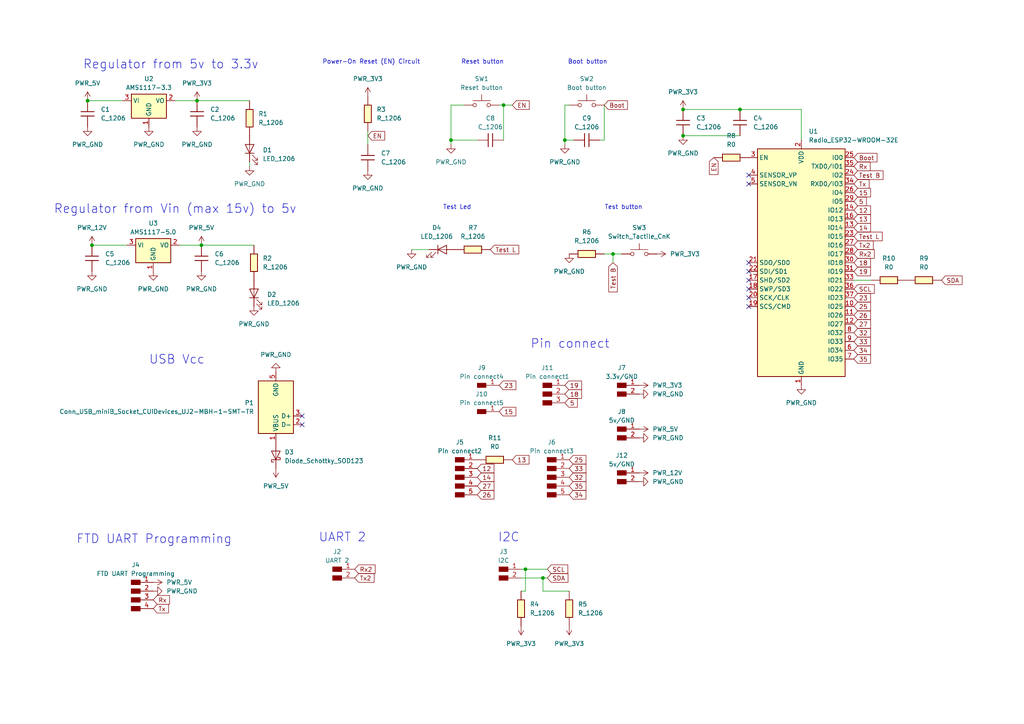
<source format=kicad_sch>
(kicad_sch (version 20250114) (generator "eeschema") (generator_version "9.0")
  (paper "A4")
  (lib_symbols
    (symbol "Regulator_Linear:AMS1117-3.3"
      (property "Reference" "U" (at -3.81 3.175 0))
      (property "Value" "AMS1117-3.3" (at 0 3.175 0))
      (symbol "AMS1117-3.3_0_1"
        (rectangle (start -5.08 -5.08) (end 5.08 1.905) (stroke (width 0.254)) (fill (type background)))
      )
      (symbol "AMS1117-3.3_1_1"
        (pin power_in line (at -7.62 0 0) (length 2.54) (name "VI") (number "3"))
        (pin power_in line (at 0 -7.62 90) (length 2.54) (name "GND") (number "1"))
        (pin power_out line (at 7.62 0 180) (length 2.54) (name "VO") (number "2"))
      )
    )
    (symbol "Regulator_Linear:AMS1117-5.0"
      (property "Reference" "U" (at -3.81 3.175 0))
      (property "Value" "AMS1117-5.0" (at 0 3.175 0))
      (symbol "AMS1117-5.0_0_1"
        (rectangle (start -5.08 -5.08) (end 5.08 1.905) (stroke (width 0.254)) (fill (type background)))
      )
      (symbol "AMS1117-5.0_1_1"
        (pin power_in line (at -7.62 0 0) (length 2.54) (name "VI") (number "3"))
        (pin power_in line (at 0 -7.62 90) (length 2.54) (name "GND") (number "1"))
        (pin power_out line (at 7.62 0 180) (length 2.54) (name "VO") (number "2"))
      )
    )
    (symbol "fab:C_1206" (pin_numbers (hide yes))
      (property "Reference" "C" (at 0.635 2.54 0))
      (property "Value" "C_1206" (at 0.635 -2.54 0))
      (symbol "C_1206_1_1"
        (polyline (pts (xy -1.905 0.635) (xy 1.905 0.635)) (stroke (width 0.25)))
        (polyline (pts (xy -1.905 -0.635) (xy 1.905 -0.635)) (stroke (width 0.25)))
        (pin passive line (at 0 3.81 270) (length 3.175) (name "~") (number "1"))
        (pin passive line (at 0 -3.81 90) (length 3.175) (name "~") (number "2"))
      )
    )
    (symbol "fab:Conn_PinHeader_1x01_P2.54mm_Horizontal_SMD" (pin_names (offset 1.016) (hide yes))
      (property "Reference" "J" (at 0 2.54 0))
      (property "Value" "Conn_PinHeader_1x01_P2.54mm_Horizontal_SMD" (at 0 -2.54 0))
      (symbol "Conn_PinHeader_1x01_P2.54mm_Horizontal_SMD_1_1"
        (rectangle (start -1.27 0.635) (end 1.27 -0.635) (stroke (width 0.1524)) (fill (type outline)))
        (pin passive line (at 5.08 0 180) (length 3.81) (name "Pin_1") (number "1"))
      )
    )
    (symbol "fab:Conn_PinHeader_1x02_P2.54mm_Horizontal_SMD" (pin_names (hide yes))
      (property "Reference" "J" (at 0 2.54 0))
      (property "Value" "Conn_PinHeader_1x02_P2.54mm_Horizontal_SMD" (at 0 -5.08 0))
      (symbol "Conn_PinHeader_1x02_P2.54mm_Horizontal_SMD_1_1"
        (rectangle (start -1.27 0.635) (end 1.27 -0.635) (stroke (width 0.254)) (fill (type outline)))
        (rectangle (start -1.27 -1.905) (end 1.27 -3.175) (stroke (width 0.254)) (fill (type outline)))
        (pin passive line (at 5.08 0 180) (length 3.81) (name "Pin_1") (number "1"))
        (pin passive line (at 5.08 -2.54 180) (length 3.81) (name "Pin_2") (number "2"))
      )
    )
    (symbol "fab:Conn_PinHeader_1x03_P2.54mm_Horizontal_SMD" (pin_names (hide yes))
      (property "Reference" "J" (at 0 5.08 0))
      (property "Value" "Conn_PinHeader_1x03_P2.54mm_Horizontal_SMD" (at 0 -5.08 0))
      (symbol "Conn_PinHeader_1x03_P2.54mm_Horizontal_SMD_1_1"
        (rectangle (start -1.27 3.175) (end 1.27 1.905) (stroke (width 0.254)) (fill (type outline)))
        (rectangle (start -1.27 0.635) (end 1.27 -0.635) (stroke (width 0.254)) (fill (type outline)))
        (rectangle (start -1.27 -1.905) (end 1.27 -3.175) (stroke (width 0.254)) (fill (type outline)))
        (pin passive line (at 5.08 2.54 180) (length 3.81) (name "Pin_1") (number "1"))
        (pin passive line (at 5.08 0 180) (length 3.81) (name "Pin_2") (number "2"))
        (pin passive line (at 5.08 -2.54 180) (length 3.81) (name "Pin_3") (number "3"))
      )
    )
    (symbol "fab:Conn_PinHeader_1x04_P2.54mm_Horizontal_SMD" (pin_names (hide yes))
      (property "Reference" "J" (at 0 5.08 0))
      (property "Value" "Conn_PinHeader_1x04_P2.54mm_Horizontal_SMD" (at 0 -7.62 0))
      (symbol "Conn_PinHeader_1x04_P2.54mm_Horizontal_SMD_1_1"
        (rectangle (start -1.27 3.175) (end 1.27 1.905) (stroke (width 0.254)) (fill (type outline)))
        (rectangle (start -1.27 0.635) (end 1.27 -0.635) (stroke (width 0.254)) (fill (type outline)))
        (rectangle (start -1.27 -1.905) (end 1.27 -3.175) (stroke (width 0.254)) (fill (type outline)))
        (rectangle (start -1.27 -4.445) (end 1.27 -5.715) (stroke (width 0.254)) (fill (type outline)))
        (pin passive line (at 5.08 2.54 180) (length 3.81) (name "Pin_1") (number "1"))
        (pin passive line (at 5.08 0 180) (length 3.81) (name "Pin_2") (number "2"))
        (pin passive line (at 5.08 -2.54 180) (length 3.81) (name "Pin_3") (number "3"))
        (pin passive line (at 5.08 -5.08 180) (length 3.81) (name "Pin_4") (number "4"))
      )
    )
    (symbol "fab:Conn_PinHeader_1x05_P2.54mm_Horizontal_SMD" (pin_names (hide yes))
      (property "Reference" "J" (at 0 7.62 0))
      (property "Value" "Conn_PinHeader_1x05_P2.54mm_Horizontal_SMD" (at 0 -7.62 0))
      (symbol "Conn_PinHeader_1x05_P2.54mm_Horizontal_SMD_1_1"
        (rectangle (start -1.27 5.715) (end 1.27 4.445) (stroke (width 0.254)) (fill (type outline)))
        (rectangle (start -1.27 3.175) (end 1.27 1.905) (stroke (width 0.254)) (fill (type outline)))
        (rectangle (start -1.27 0.635) (end 1.27 -0.635) (stroke (width 0.254)) (fill (type outline)))
        (rectangle (start -1.27 -1.905) (end 1.27 -3.175) (stroke (width 0.254)) (fill (type outline)))
        (rectangle (start -1.27 -4.445) (end 1.27 -5.715) (stroke (width 0.254)) (fill (type outline)))
        (pin passive line (at 5.08 5.08 180) (length 3.81) (name "Pin_1") (number "1"))
        (pin passive line (at 5.08 2.54 180) (length 3.81) (name "Pin_2") (number "2"))
        (pin passive line (at 5.08 0 180) (length 3.81) (name "Pin_3") (number "3"))
        (pin passive line (at 5.08 -2.54 180) (length 3.81) (name "Pin_4") (number "4"))
        (pin passive line (at 5.08 -5.08 180) (length 3.81) (name "Pin_5") (number "5"))
      )
    )
    (symbol "fab:Conn_USB_miniB_Socket_CUIDevices_UJ2-MBH-1-SMT-TR"
      (property "Reference" "P" (at -5.08 8.89 0))
      (property "Value" "Conn_USB_miniB_Socket_CUIDevices_UJ2-MBH-1-SMT-TR" (at 1.27 8.89 0))
      (symbol "Conn_USB_miniB_Socket_CUIDevices_UJ2-MBH-1-SMT-TR_0_1"
        (rectangle (start -5.08 7.62) (end 5.08 -7.62) (stroke (width 0.254)) (fill (type background)))
      )
      (symbol "Conn_USB_miniB_Socket_CUIDevices_UJ2-MBH-1-SMT-TR_1_1"
        (pin bidirectional line (at -7.62 5.08 0) (length 2.54) (name "D-") (number "2"))
        (pin bidirectional line (at -7.62 2.54 0) (length 2.54) (name "D+") (number "3"))
        (pin no_connect line (at -7.62 -5.08 0) (length 2.54) (hide yes) (name "NC") (number "4"))
        (pin power_in line (at 0 10.16 270) (length 2.54) (name "VBUS") (number "1"))
        (pin power_in line (at 0 -10.16 90) (length 2.54) (name "GND") (number "5"))
      )
    )
    (symbol "fab:Diode_Schottky_SOD123" (pin_numbers (hide yes)) (pin_names (offset 1.016) (hide yes))
      (property "Reference" "D" (at 0 2.54 0))
      (property "Value" "Diode_Schottky_SOD123" (at 0 -2.54 0))
      (symbol "Diode_Schottky_SOD123_0_1"
        (polyline (pts (xy -1.905 0.635) (xy -1.905 1.27) (xy -1.27 1.27) (xy -1.27 -1.27) (xy -0.635 -1.27) (xy -0.635 -0.635)) (stroke (width 0.2032)))
        (polyline (pts (xy 1.27 1.27) (xy 1.27 -1.27) (xy -1.27 0) (xy 1.27 1.27)) (stroke (width 0.2032)))
        (polyline (pts (xy 1.27 0) (xy -1.27 0)))
      )
      (symbol "Diode_Schottky_SOD123_1_1"
        (pin passive line (at -3.81 0 0) (length 2.54) (name "K") (number "1"))
        (pin passive line (at 3.81 0 180) (length 2.54) (name "A") (number "2"))
      )
    )
    (symbol "fab:LED_1206" (pin_numbers (hide yes)) (pin_names (offset 1.016) (hide yes))
      (property "Reference" "D" (at 0 2.54 0))
      (property "Value" "LED_1206" (at 0 -2.54 0))
      (symbol "LED_1206_0_1"
        (polyline (pts (xy -3.048 -0.762) (xy -4.572 -2.286) (xy -3.81 -2.286) (xy -4.572 -2.286) (xy -4.572 -1.524)))
        (polyline (pts (xy -1.778 -0.762) (xy -3.302 -2.286) (xy -2.54 -2.286) (xy -3.302 -2.286) (xy -3.302 -1.524)))
        (polyline (pts (xy -1.27 0) (xy 1.27 0)))
        (polyline (pts (xy -1.27 -1.27) (xy -1.27 1.27)) (stroke (width 0.2032)))
        (polyline (pts (xy 1.27 -1.27) (xy 1.27 1.27) (xy -1.27 0) (xy 1.27 -1.27)) (stroke (width 0.2032)))
      )
      (symbol "LED_1206_1_1"
        (pin passive line (at -3.81 0 0) (length 2.54) (name "K") (number "1"))
        (pin passive line (at 3.81 0 180) (length 2.54) (name "A") (number "2"))
      )
    )
    (symbol "fab:PWR_12V" (power) (pin_names (offset 0))
      (property "Value" "PWR_12V" (at 0 3.556 0))
      (symbol "PWR_12V_0_1"
        (polyline (pts (xy -0.762 1.27) (xy 0 2.54)))
        (polyline (pts (xy 0 2.54) (xy 0.762 1.27)))
        (polyline (pts (xy 0 0) (xy 0 2.54)))
      )
      (symbol "PWR_12V_1_1"
        (pin power_in line (at 0 0 90) (length 0) (hide yes) (name "PWR_12V") (number "1"))
      )
    )
    (symbol "fab:PWR_3V3" (power) (pin_names (offset 0))
      (property "Value" "PWR_3V3" (at 0 3.556 0))
      (symbol "PWR_3V3_0_1"
        (polyline (pts (xy -0.762 1.27) (xy 0 2.54)))
        (polyline (pts (xy 0 2.54) (xy 0.762 1.27)))
        (polyline (pts (xy 0 0) (xy 0 2.54)))
      )
      (symbol "PWR_3V3_1_1"
        (pin power_in line (at 0 0 90) (length 0) (hide yes) (name "PWR_3V3") (number "1"))
      )
    )
    (symbol "fab:PWR_5V" (power) (pin_names (offset 0))
      (property "Value" "PWR_5V" (at 0 3.556 0))
      (symbol "PWR_5V_0_1"
        (polyline (pts (xy -0.762 1.27) (xy 0 2.54)))
        (polyline (pts (xy 0 2.54) (xy 0.762 1.27)))
        (polyline (pts (xy 0 0) (xy 0 2.54)))
      )
      (symbol "PWR_5V_1_1"
        (pin power_in line (at 0 0 90) (length 0) (hide yes) (name "PWR_5V") (number "1"))
      )
    )
    (symbol "fab:PWR_GND" (power) (pin_names (offset 0))
      (property "Value" "PWR_GND" (at 0 -3.81 0))
      (symbol "PWR_GND_0_1"
        (polyline (pts (xy 0 0) (xy 0 -1.27) (xy 1.27 -1.27) (xy 0 -2.54) (xy -1.27 -1.27) (xy 0 -1.27)))
      )
      (symbol "PWR_GND_1_1"
        (pin power_in line (at 0 0 270) (length 0) (hide yes) (name "PWR_GND") (number "1"))
      )
    )
    (symbol "fab:R_1206" (pin_numbers (hide yes)) (pin_names (offset 0))
      (property "Reference" "R" (at 2.54 0 90))
      (property "Value" "R_1206" (at -2.54 0 90))
      (symbol "R_1206_0_1"
        (rectangle (start -1.016 -2.54) (end 1.016 2.54) (stroke (width 0.254)) (fill (type background)))
      )
      (symbol "R_1206_1_1"
        (pin passive line (at 0 5.08 270) (length 2.54) (name "~") (number "1"))
        (pin passive line (at 0 -5.08 90) (length 2.54) (name "~") (number "2"))
      )
    )
    (symbol "fab:Radio_ESP32-WROOM-32E"
      (property "Reference" "U" (at -12.7 34.29 0))
      (property "Value" "Radio_ESP32-WROOM-32E" (at 1.27 34.29 0))
      (symbol "Radio_ESP32-WROOM-32E_0_1"
        (rectangle (start -12.7 33.02) (end 12.7 -33.02) (stroke (width 0.254)) (fill (type background)))
      )
      (symbol "Radio_ESP32-WROOM-32E_1_1"
        (pin input line (at -15.24 30.48 0) (length 2.54) (name "EN") (number "3"))
        (pin input line (at -15.24 25.4 0) (length 2.54) (name "SENSOR_VP") (number "4"))
        (pin input line (at -15.24 22.86 0) (length 2.54) (name "SENSOR_VN") (number "5"))
        (pin bidirectional line (at -15.24 0 0) (length 2.54) (name "SDO/SD0") (number "21"))
        (pin bidirectional line (at -15.24 -2.54 0) (length 2.54) (name "SDI/SD1") (number "22"))
        (pin bidirectional line (at -15.24 -5.08 0) (length 2.54) (name "SHD/SD2") (number "17"))
        (pin bidirectional line (at -15.24 -7.62 0) (length 2.54) (name "SWP/SD3") (number "18"))
        (pin bidirectional line (at -15.24 -10.16 0) (length 2.54) (name "SCK/CLK") (number "20"))
        (pin bidirectional line (at -15.24 -12.7 0) (length 2.54) (name "SCS/CMD") (number "19"))
        (pin no_connect line (at -12.7 -27.94 0) (length 2.54) (hide yes) (name "NC") (number "32"))
        (pin power_in line (at 0 35.56 270) (length 2.54) (name "VDD") (number "2"))
        (pin power_in line (at 0 -35.56 90) (length 2.54) (name "GND") (number "1"))
        (pin passive line (at 0 -35.56 90) (length 2.54) (hide yes) (name "GND") (number "15"))
        (pin passive line (at 0 -35.56 90) (length 2.54) (hide yes) (name "GND") (number "38"))
        (pin passive line (at 0 -35.56 90) (length 2.54) (hide yes) (name "GND") (number "39"))
        (pin bidirectional line (at 15.24 30.48 180) (length 2.54) (name "IO0") (number "25"))
        (pin bidirectional line (at 15.24 27.94 180) (length 2.54) (name "TXD0/IO1") (number "35"))
        (pin bidirectional line (at 15.24 25.4 180) (length 2.54) (name "IO2") (number "24"))
        (pin bidirectional line (at 15.24 22.86 180) (length 2.54) (name "RXD0/IO3") (number "34"))
        (pin bidirectional line (at 15.24 20.32 180) (length 2.54) (name "IO4") (number "26"))
        (pin bidirectional line (at 15.24 17.78 180) (length 2.54) (name "IO5") (number "29"))
        (pin bidirectional line (at 15.24 15.24 180) (length 2.54) (name "IO12") (number "14"))
        (pin bidirectional line (at 15.24 12.7 180) (length 2.54) (name "IO13") (number "16"))
        (pin bidirectional line (at 15.24 10.16 180) (length 2.54) (name "IO14") (number "13"))
        (pin bidirectional line (at 15.24 7.62 180) (length 2.54) (name "IO15") (number "23"))
        (pin bidirectional line (at 15.24 5.08 180) (length 2.54) (name "IO16") (number "27"))
        (pin bidirectional line (at 15.24 2.54 180) (length 2.54) (name "IO17") (number "28"))
        (pin bidirectional line (at 15.24 0 180) (length 2.54) (name "IO18") (number "30"))
        (pin bidirectional line (at 15.24 -2.54 180) (length 2.54) (name "IO19") (number "31"))
        (pin bidirectional line (at 15.24 -5.08 180) (length 2.54) (name "IO21") (number "33"))
        (pin bidirectional line (at 15.24 -7.62 180) (length 2.54) (name "IO22") (number "36"))
        (pin bidirectional line (at 15.24 -10.16 180) (length 2.54) (name "IO23") (number "37"))
        (pin bidirectional line (at 15.24 -12.7 180) (length 2.54) (name "IO25") (number "10"))
        (pin bidirectional line (at 15.24 -15.24 180) (length 2.54) (name "IO26") (number "11"))
        (pin bidirectional line (at 15.24 -17.78 180) (length 2.54) (name "IO27") (number "12"))
        (pin bidirectional line (at 15.24 -20.32 180) (length 2.54) (name "IO32") (number "8"))
        (pin bidirectional line (at 15.24 -22.86 180) (length 2.54) (name "IO33") (number "9"))
        (pin input line (at 15.24 -25.4 180) (length 2.54) (name "IO34") (number "6"))
        (pin input line (at 15.24 -27.94 180) (length 2.54) (name "IO35") (number "7"))
      )
    )
    (symbol "fab:Switch_Tactile_CnK" (pin_numbers (hide yes)) (pin_names (offset 1.016) (hide yes))
      (property "Reference" "SW" (at 1.27 3.81 0))
      (property "Value" "Switch_Tactile_CnK" (at 0 0 0))
      (symbol "Switch_Tactile_CnK_0_1"
        (circle (center -2.032 0) (radius 0.508))
        (polyline (pts (xy 0 1.27) (xy 0 3.048)))
        (circle (center 2.032 0) (radius 0.508))
        (polyline (pts (xy 2.54 1.27) (xy -2.54 1.27)))
        (pin passive line (at -5.08 0 0) (length 2.54) (name "1") (number "1"))
        (pin passive line (at 5.08 0 180) (length 2.54) (name "2") (number "2"))
      )
    )
  )
  (text "Regulator from 5v to 3.3v" (at 49.53 18.796 0) (effects (font (size 2.54 2.54))))
  (text "Boot button" (at 170.434 18.034 0) (effects (font (size 1.27 1.27))))
  (text "Test button" (at 180.848 60.198 0) (effects (font (size 1.27 1.27))))
  (text "UART 2\n" (at 99.314 155.956 0) (effects (font (size 2.54 2.54))))
  (text "Test Led" (at 132.588 60.198 0) (effects (font (size 1.27 1.27))))
  (text "Reset button" (at 139.954 18.034 0) (effects (font (size 1.27 1.27))))
  (text "I2C" (at 147.574 155.956 0) (effects (font (size 2.54 2.54))))
  (text "Pin connect\n" (at 165.354 99.822 0) (effects (font (size 2.54 2.54))))
  (text "FTD UART Programming" (at 44.704 156.464 0) (effects (font (size 2.54 2.54))))
  (text "USB Vcc\n" (at 51.308 104.394 0) (effects (font (size 2.54 2.54))))
  (text "Regulator from Vin (max 15v) to 5v" (at 50.8 60.706 0) (effects (font (size 2.54 2.54))))
  (text "Power-On Reset (EN) Circuit" (at 107.696 18.034 0) (effects (font (size 1.27 1.27))))
  (junction (at 152.4 165.1))
  (junction (at 57.15 29.21))
  (junction (at 198.12 31.75))
  (junction (at 163.83 40.64))
  (junction (at 146.05 30.48))
  (junction (at 198.12 39.37))
  (junction (at 25.4 29.21))
  (junction (at 130.81 40.64))
  (junction (at 157.48 167.64))
  (junction (at 214.63 31.75))
  (junction (at 26.67 71.12))
  (junction (at 177.8 73.66))
  (junction (at 58.42 71.12))
  (no_connect (at 217.17 88.9))
  (no_connect (at 217.17 76.2))
  (no_connect (at 217.17 50.8))
  (no_connect (at 217.17 81.28))
  (no_connect (at 217.17 53.34))
  (no_connect (at 217.17 83.82))
  (no_connect (at 217.17 78.74))
  (no_connect (at 217.17 86.36))
  (no_connect (at 87.63 123.19))
  (no_connect (at 87.63 120.65))
  (wire (pts (xy 214.63 31.75) (xy 232.41 31.75)))
  (wire (pts (xy 198.12 31.75) (xy 214.63 31.75)))
  (wire (pts (xy 25.4 29.21) (xy 35.56 29.21)))
  (wire (pts (xy 158.75 167.64) (xy 157.48 167.64)))
  (wire (pts (xy 163.83 40.64) (xy 163.83 41.91)))
  (wire (pts (xy 163.83 40.64) (xy 166.37 40.64)))
  (wire (pts (xy 198.12 39.37) (xy 214.63 39.37)))
  (wire (pts (xy 106.68 38.1) (xy 106.68 41.91)))
  (wire (pts (xy 146.05 30.48) (xy 144.78 30.48)))
  (wire (pts (xy 177.8 73.66) (xy 180.34 73.66)))
  (wire (pts (xy 72.39 48.26) (xy 72.39 46.99)))
  (wire (pts (xy 163.83 30.48) (xy 163.83 40.64)))
  (wire (pts (xy 247.65 81.28) (xy 252.73 81.28)))
  (wire (pts (xy 148.59 30.48) (xy 146.05 30.48)))
  (wire (pts (xy 232.41 40.64) (xy 232.41 31.75)))
  (wire (pts (xy 57.15 29.21) (xy 72.39 29.21)))
  (wire (pts (xy 175.26 73.66) (xy 177.8 73.66)))
  (wire (pts (xy 130.81 40.64) (xy 138.43 40.64)))
  (wire (pts (xy 175.26 40.64) (xy 173.99 40.64)))
  (wire (pts (xy 130.81 40.64) (xy 130.81 41.91)))
  (wire (pts (xy 157.48 171.45) (xy 165.1 171.45)))
  (wire (pts (xy 130.81 30.48) (xy 134.62 30.48)))
  (wire (pts (xy 157.48 167.64) (xy 151.13 167.64)))
  (wire (pts (xy 152.4 165.1) (xy 152.4 171.45)))
  (wire (pts (xy 152.4 171.45) (xy 151.13 171.45)))
  (wire (pts (xy 50.8 29.21) (xy 57.15 29.21)))
  (wire (pts (xy 146.05 30.48) (xy 146.05 40.64)))
  (wire (pts (xy 26.67 71.12) (xy 36.83 71.12)))
  (wire (pts (xy 177.8 76.2) (xy 177.8 73.66)))
  (wire (pts (xy 158.75 165.1) (xy 152.4 165.1)))
  (wire (pts (xy 130.81 30.48) (xy 130.81 40.64)))
  (wire (pts (xy 119.38 72.39) (xy 124.46 72.39)))
  (wire (pts (xy 58.42 71.12) (xy 73.66 71.12)))
  (wire (pts (xy 157.48 167.64) (xy 157.48 171.45)))
  (wire (pts (xy 52.07 71.12) (xy 58.42 71.12)))
  (wire (pts (xy 163.83 30.48) (xy 165.1 30.48)))
  (wire (pts (xy 152.4 165.1) (xy 151.13 165.1)))
  (wire (pts (xy 175.26 30.48) (xy 175.26 40.64)))
  (global_label "35" (shape input) (at 247.65 104.14 0) (property "Intersheetrefs" "${INTERSHEET_REFS}" (effects (hide yes))))
  (global_label "33" (shape input) (at 165.1 135.89 0) (property "Intersheetrefs" "${INTERSHEET_REFS}" (effects (hide yes))))
  (global_label "32" (shape input) (at 165.1 138.43 0) (property "Intersheetrefs" "${INTERSHEET_REFS}" (effects (hide yes))))
  (global_label "SCL" (shape input) (at 247.65 83.82 0) (property "Intersheetrefs" "${INTERSHEET_REFS}" (effects (hide yes))))
  (global_label "34" (shape input) (at 165.1 143.51 0) (property "Intersheetrefs" "${INTERSHEET_REFS}" (effects (hide yes))))
  (global_label "Tx2" (shape input) (at 102.87 167.64 0) (property "Intersheetrefs" "${INTERSHEET_REFS}" (effects (hide yes))))
  (global_label "Boot" (shape input) (at 247.65 45.72 0) (property "Intersheetrefs" "${INTERSHEET_REFS}" (effects (hide yes))))
  (global_label "EN" (shape input) (at 148.59 30.48 0) (property "Intersheetrefs" "${INTERSHEET_REFS}" (effects (hide yes))))
  (global_label "Test B" (shape input) (at 247.65 50.8 0) (property "Intersheetrefs" "${INTERSHEET_REFS}" (effects (hide yes))))
  (global_label "14" (shape input) (at 138.43 138.43 0) (property "Intersheetrefs" "${INTERSHEET_REFS}" (effects (hide yes))))
  (global_label "12" (shape input) (at 138.43 135.89 0) (property "Intersheetrefs" "${INTERSHEET_REFS}" (effects (hide yes))))
  (global_label "Rx2" (shape input) (at 102.87 165.1 0) (property "Intersheetrefs" "${INTERSHEET_REFS}" (effects (hide yes))))
  (global_label "14" (shape input) (at 247.65 66.04 0) (property "Intersheetrefs" "${INTERSHEET_REFS}" (effects (hide yes))))
  (global_label "Test B" (shape input) (at 177.8 76.2 270) (property "Intersheetrefs" "${INTERSHEET_REFS}" (effects (hide yes))))
  (global_label "Tx2" (shape input) (at 247.65 71.12 0) (property "Intersheetrefs" "${INTERSHEET_REFS}" (effects (hide yes))))
  (global_label "Test L" (shape input) (at 142.24 72.39 0) (property "Intersheetrefs" "${INTERSHEET_REFS}" (effects (hide yes))))
  (global_label "Test L" (shape input) (at 247.65 68.58 0) (property "Intersheetrefs" "${INTERSHEET_REFS}" (effects (hide yes))))
  (global_label "5" (shape input) (at 163.83 116.84 0) (property "Intersheetrefs" "${INTERSHEET_REFS}" (effects (hide yes))))
  (global_label "15" (shape input) (at 247.65 55.88 0) (property "Intersheetrefs" "${INTERSHEET_REFS}" (effects (hide yes))))
  (global_label "23" (shape input) (at 247.65 86.36 0) (property "Intersheetrefs" "${INTERSHEET_REFS}" (effects (hide yes))))
  (global_label "13" (shape input) (at 148.59 133.35 0) (property "Intersheetrefs" "${INTERSHEET_REFS}" (effects (hide yes))))
  (global_label "18" (shape input) (at 247.65 76.2 0) (property "Intersheetrefs" "${INTERSHEET_REFS}" (effects (hide yes))))
  (global_label "5" (shape input) (at 247.65 58.42 0) (property "Intersheetrefs" "${INTERSHEET_REFS}" (effects (hide yes))))
  (global_label "SCL" (shape input) (at 158.75 165.1 0) (property "Intersheetrefs" "${INTERSHEET_REFS}" (effects (hide yes))))
  (global_label "Rx" (shape input) (at 247.65 48.26 0) (property "Intersheetrefs" "${INTERSHEET_REFS}" (effects (hide yes))))
  (global_label "25" (shape input) (at 165.1 133.35 0) (property "Intersheetrefs" "${INTERSHEET_REFS}" (effects (hide yes))))
  (global_label "32" (shape input) (at 247.65 96.52 0) (property "Intersheetrefs" "${INTERSHEET_REFS}" (effects (hide yes))))
  (global_label "EN" (shape input) (at 207.01 45.72 270) (property "Intersheetrefs" "${INTERSHEET_REFS}" (effects (hide yes))))
  (global_label "27" (shape input) (at 138.43 140.97 0) (property "Intersheetrefs" "${INTERSHEET_REFS}" (effects (hide yes))))
  (global_label "33" (shape input) (at 247.65 99.06 0) (property "Intersheetrefs" "${INTERSHEET_REFS}" (effects (hide yes))))
  (global_label "13" (shape input) (at 247.65 63.5 0) (property "Intersheetrefs" "${INTERSHEET_REFS}" (effects (hide yes))))
  (global_label "25" (shape input) (at 247.65 88.9 0) (property "Intersheetrefs" "${INTERSHEET_REFS}" (effects (hide yes))))
  (global_label "27" (shape input) (at 247.65 93.98 0) (property "Intersheetrefs" "${INTERSHEET_REFS}" (effects (hide yes))))
  (global_label "Rx2" (shape input) (at 247.65 73.66 0) (property "Intersheetrefs" "${INTERSHEET_REFS}" (effects (hide yes))))
  (global_label "18" (shape input) (at 163.83 114.3 0) (property "Intersheetrefs" "${INTERSHEET_REFS}" (effects (hide yes))))
  (global_label "EN" (shape input) (at 106.68 39.37 0) (property "Intersheetrefs" "${INTERSHEET_REFS}" (effects (hide yes))))
  (global_label "Rx" (shape input) (at 44.45 173.99 0) (property "Intersheetrefs" "${INTERSHEET_REFS}" (effects (hide yes))))
  (global_label "Tx" (shape input) (at 247.65 53.34 0) (property "Intersheetrefs" "${INTERSHEET_REFS}" (effects (hide yes))))
  (global_label "19" (shape input) (at 247.65 78.74 0) (property "Intersheetrefs" "${INTERSHEET_REFS}" (effects (hide yes))))
  (global_label "23" (shape input) (at 144.78 111.76 0) (property "Intersheetrefs" "${INTERSHEET_REFS}" (effects (hide yes))))
  (global_label "12" (shape input) (at 247.65 60.96 0) (property "Intersheetrefs" "${INTERSHEET_REFS}" (effects (hide yes))))
  (global_label "Boot" (shape input) (at 175.26 30.48 0) (property "Intersheetrefs" "${INTERSHEET_REFS}" (effects (hide yes))))
  (global_label "SDA" (shape input) (at 273.05 81.28 0) (property "Intersheetrefs" "${INTERSHEET_REFS}" (effects (hide yes))))
  (global_label "15" (shape input) (at 144.78 119.38 0) (property "Intersheetrefs" "${INTERSHEET_REFS}" (effects (hide yes))))
  (global_label "34" (shape input) (at 247.65 101.6 0) (property "Intersheetrefs" "${INTERSHEET_REFS}" (effects (hide yes))))
  (global_label "Tx" (shape input) (at 44.45 176.53 0) (property "Intersheetrefs" "${INTERSHEET_REFS}" (effects (hide yes))))
  (global_label "35" (shape input) (at 165.1 140.97 0) (property "Intersheetrefs" "${INTERSHEET_REFS}" (effects (hide yes))))
  (global_label "19" (shape input) (at 163.83 111.76 0) (property "Intersheetrefs" "${INTERSHEET_REFS}" (effects (hide yes))))
  (global_label "26" (shape input) (at 247.65 91.44 0) (property "Intersheetrefs" "${INTERSHEET_REFS}" (effects (hide yes))))
  (global_label "26" (shape input) (at 138.43 143.51 0) (property "Intersheetrefs" "${INTERSHEET_REFS}" (effects (hide yes))))
  (global_label "SDA" (shape input) (at 158.75 167.64 0) (property "Intersheetrefs" "${INTERSHEET_REFS}" (effects (hide yes))))
  (symbol (lib_id "fab:Conn_PinHeader_1x02_P2.54mm_Horizontal_SMD") (at 180.34 111.76 0) (unit 1)
    (property "Reference" "J7" (at 180.34 106.68 0))
    (property "Value" "3.3v/GND" (at 180.34 109.22 0))
    (property "Footprint" "fab:PinHeader_1x02_P2.54mm_Horizontal_SMD" (effects (hide yes)))
    (property "Description" "Male connector, single row" (effects (hide yes)))
  )
  (symbol (lib_id "fab:PWR_GND") (at 119.38 72.39 0) (unit 1)
    (property "Reference" "#PWR028" (effects (hide yes)))
    (property "Value" "PWR_GND" (at 119.38 77.47 0))
    (property "Description" "Power symbol creates a global label with name \"GND\" , ground" (effects (hide yes)))
  )
  (symbol (lib_id "fab:R_1206") (at 257.81 81.28 90) (unit 1)
    (property "Reference" "R10" (at 257.81 74.93 90))
    (property "Value" "R0" (at 257.81 77.47 90))
    (property "Footprint" "fab:R_1206" (effects (hide yes)))
    (property "Description" "Resistor" (effects (hide yes)))
  )
  (symbol (lib_id "fab:R_1206") (at 151.13 176.53 0) (unit 1)
    (property "Reference" "R4" (at 153.67 175.2599 0) (effects (justify left)))
    (property "Value" "R_1206" (at 153.67 177.7999 0) (effects (justify left)))
    (property "Footprint" "fab:R_1206" (effects (hide yes)))
    (property "Description" "Resistor" (effects (hide yes)))
  )
  (symbol (lib_id "fab:PWR_GND") (at 43.18 36.83 0) (unit 1)
    (property "Reference" "#PWR03" (effects (hide yes)))
    (property "Value" "PWR_GND" (at 43.18 41.91 0))
    (property "Description" "Power symbol creates a global label with name \"GND\" , ground" (effects (hide yes)))
  )
  (symbol (lib_id "fab:R_1206") (at 72.39 34.29 0) (unit 1)
    (property "Reference" "R1" (at 74.93 33.0199 0) (effects (justify left)))
    (property "Value" "R_1206" (at 74.93 35.5599 0) (effects (justify left)))
    (property "Footprint" "fab:R_1206" (effects (hide yes)))
    (property "Description" "Resistor" (effects (hide yes)))
  )
  (symbol (lib_id "fab:C_1206") (at 198.12 35.56 0) (unit 1)
    (property "Reference" "C3" (at 201.93 34.2899 0) (effects (justify left)))
    (property "Value" "C_1206" (at 201.93 36.8299 0) (effects (justify left)))
    (property "Footprint" "fab:C_1206" (effects (hide yes)))
    (property "Datasheet" "https://www.yageo.com/upload/media/product/productsearch/datasheet/mlcc/UPY-GP_NP0_16V-to-50V_18.pdf" (effects (hide yes)))
    (property "Description" "Unpolarized capacitor, SMD, 1206" (effects (hide yes)))
  )
  (symbol (lib_id "fab:PWR_3V3") (at 190.5 73.66 270) (unit 1)
    (property "Reference" "#PWR027" (effects (hide yes)))
    (property "Value" "PWR_3V3" (at 194.31 73.6599 90) (effects (justify left)))
    (property "Description" "Power symbol creates a global label with name \"+3V3\"" (effects (hide yes)))
  )
  (symbol (lib_id "fab:PWR_GND") (at 130.81 41.91 0) (unit 1)
    (property "Reference" "#PWR018" (effects (hide yes)))
    (property "Value" "PWR_GND" (at 130.81 46.99 0))
    (property "Description" "Power symbol creates a global label with name \"GND\" , ground" (effects (hide yes)))
  )
  (symbol (lib_id "fab:PWR_GND") (at 26.67 78.74 0) (unit 1)
    (property "Reference" "#PWR05" (effects (hide yes)))
    (property "Value" "PWR_GND" (at 26.67 83.82 0))
    (property "Description" "Power symbol creates a global label with name \"GND\" , ground" (effects (hide yes)))
  )
  (symbol (lib_id "fab:R_1206") (at 143.51 133.35 90) (unit 1)
    (property "Reference" "R11" (at 143.51 127 90))
    (property "Value" "R0" (at 143.51 129.54 90))
    (property "Footprint" "fab:R_1206" (effects (hide yes)))
    (property "Description" "Resistor" (effects (hide yes)))
  )
  (symbol (lib_id "fab:PWR_3V3") (at 165.1 181.61 180) (unit 1)
    (property "Reference" "#PWR025" (effects (hide yes)))
    (property "Value" "PWR_3V3" (at 165.1 186.69 0))
    (property "Description" "Power symbol creates a global label with name \"+3V3\"" (effects (hide yes)))
  )
  (symbol (lib_id "fab:C_1206") (at 58.42 74.93 0) (unit 1)
    (property "Reference" "C6" (at 62.23 73.6599 0) (effects (justify left)))
    (property "Value" "C_1206" (at 62.23 76.1999 0) (effects (justify left)))
    (property "Footprint" "fab:C_1206" (effects (hide yes)))
    (property "Datasheet" "https://www.yageo.com/upload/media/product/productsearch/datasheet/mlcc/UPY-GP_NP0_16V-to-50V_18.pdf" (effects (hide yes)))
    (property "Description" "Unpolarized capacitor, SMD, 1206" (effects (hide yes)))
  )
  (symbol (lib_id "fab:PWR_GND") (at 185.42 127 90) (unit 1)
    (property "Reference" "#PWR030" (effects (hide yes)))
    (property "Value" "PWR_GND" (at 189.23 126.9999 90) (effects (justify right)))
    (property "Description" "Power symbol creates a global label with name \"GND\" , ground" (effects (hide yes)))
  )
  (symbol (lib_id "fab:Conn_PinHeader_1x02_P2.54mm_Horizontal_SMD") (at 180.34 124.46 0) (unit 1)
    (property "Reference" "J8" (at 180.34 119.38 0))
    (property "Value" "5v/GND" (at 180.34 121.92 0))
    (property "Footprint" "fab:PinHeader_1x02_P2.54mm_Horizontal_SMD" (effects (hide yes)))
    (property "Description" "Male connector, single row" (effects (hide yes)))
  )
  (symbol (lib_id "fab:LED_1206") (at 73.66 85.09 90) (unit 1)
    (property "Reference" "D2" (at 77.47 85.4201 90) (effects (justify right)))
    (property "Value" "LED_1206" (at 77.47 87.9601 90) (effects (justify right)))
    (property "Footprint" "fab:LED_1206" (effects (hide yes)))
    (property "Datasheet" "https://optoelectronics.liteon.com/upload/download/DS-22-98-0002/LTST-C150CKT.pdf" (effects (hide yes)))
    (property "Description" "Light emitting diode, Lite-On Inc. LTST, SMD" (effects (hide yes)))
  )
  (symbol (lib_id "fab:PWR_GND") (at 44.45 171.45 90) (unit 1)
    (property "Reference" "#PWR035" (effects (hide yes)))
    (property "Value" "PWR_GND" (at 48.26 171.4499 90) (effects (justify right)))
    (property "Description" "Power symbol creates a global label with name \"GND\" , ground" (effects (hide yes)))
  )
  (symbol (lib_id "fab:Conn_PinHeader_1x05_P2.54mm_Horizontal_SMD") (at 133.35 138.43 0) (unit 1)
    (property "Reference" "J5" (at 133.35 128.27 0))
    (property "Value" "Pin connect2" (at 133.35 130.81 0))
    (property "Footprint" "fab:PinHeader_1x05_P2.54mm_Horizontal_SMD" (effects (hide yes)))
    (property "Description" "Male connector, single row" (effects (hide yes)))
  )
  (symbol (lib_id "fab:PWR_3V3") (at 151.13 181.61 180) (unit 1)
    (property "Reference" "#PWR024" (effects (hide yes)))
    (property "Value" "PWR_3V3" (at 151.13 186.69 0))
    (property "Description" "Power symbol creates a global label with name \"+3V3\"" (effects (hide yes)))
  )
  (symbol (lib_id "fab:R_1206") (at 106.68 33.02 0) (unit 1)
    (property "Reference" "R3" (at 109.22 31.7499 0) (effects (justify left)))
    (property "Value" "R_1206" (at 109.22 34.2899 0) (effects (justify left)))
    (property "Footprint" "fab:R_1206" (effects (hide yes)))
    (property "Description" "Resistor" (effects (hide yes)))
  )
  (symbol (lib_id "fab:PWR_12V") (at 185.42 137.16 270) (unit 1)
    (property "Reference" "#PWR022" (effects (hide yes)))
    (property "Value" "PWR_12V" (at 189.23 137.1599 90) (effects (justify left)))
    (property "Description" "Power symbol creates a global label with name \"+12V\"" (effects (hide yes)))
  )
  (symbol (lib_id "fab:PWR_5V") (at 44.45 168.91 270) (unit 1)
    (property "Reference" "#PWR036" (effects (hide yes)))
    (property "Value" "PWR_5V" (at 48.26 168.9099 90) (effects (justify left)))
    (property "Description" "Power symbol creates a global label with name \"+5V\"" (effects (hide yes)))
  )
  (symbol (lib_id "fab:R_1206") (at 212.09 45.72 90) (unit 1)
    (property "Reference" "R8" (at 212.09 39.37 90))
    (property "Value" "R0" (at 212.09 41.91 90))
    (property "Footprint" "fab:R_1206" (effects (hide yes)))
    (property "Description" "Resistor" (effects (hide yes)))
  )
  (symbol (lib_id "fab:C_1206") (at 170.18 40.64 90) (unit 1)
    (property "Reference" "C9" (at 170.18 34.29 90))
    (property "Value" "C_1206" (at 170.18 36.83 90))
    (property "Footprint" "fab:C_1206" (effects (hide yes)))
    (property "Datasheet" "https://www.yageo.com/upload/media/product/productsearch/datasheet/mlcc/UPY-GP_NP0_16V-to-50V_18.pdf" (effects (hide yes)))
    (property "Description" "Unpolarized capacitor, SMD, 1206" (effects (hide yes)))
  )
  (symbol (lib_id "fab:R_1206") (at 165.1 176.53 0) (unit 1)
    (property "Reference" "R5" (at 167.64 175.2599 0) (effects (justify left)))
    (property "Value" "R_1206" (at 167.64 177.7999 0) (effects (justify left)))
    (property "Footprint" "fab:R_1206" (effects (hide yes)))
    (property "Description" "Resistor" (effects (hide yes)))
  )
  (symbol (lib_id "fab:LED_1206") (at 72.39 43.18 90) (unit 1)
    (property "Reference" "D1" (at 76.2 43.5101 90) (effects (justify right)))
    (property "Value" "LED_1206" (at 76.2 46.0501 90) (effects (justify right)))
    (property "Footprint" "fab:LED_1206" (effects (hide yes)))
    (property "Datasheet" "https://optoelectronics.liteon.com/upload/download/DS-22-98-0002/LTST-C150CKT.pdf" (effects (hide yes)))
    (property "Description" "Light emitting diode, Lite-On Inc. LTST, SMD" (effects (hide yes)))
  )
  (symbol (lib_id "fab:C_1206") (at 25.4 33.02 0) (unit 1)
    (property "Reference" "C1" (at 29.21 31.7499 0) (effects (justify left)))
    (property "Value" "C_1206" (at 29.21 34.2899 0) (effects (justify left)))
    (property "Footprint" "fab:C_1206" (effects (hide yes)))
    (property "Datasheet" "https://www.yageo.com/upload/media/product/productsearch/datasheet/mlcc/UPY-GP_NP0_16V-to-50V_18.pdf" (effects (hide yes)))
    (property "Description" "Unpolarized capacitor, SMD, 1206" (effects (hide yes)))
  )
  (symbol (lib_id "fab:PWR_5V") (at 80.01 135.89 180) (unit 1)
    (property "Reference" "#PWR021" (effects (hide yes)))
    (property "Value" "PWR_5V" (at 80.01 140.97 0))
    (property "Description" "Power symbol creates a global label with name \"+5V\"" (effects (hide yes)))
  )
  (symbol (lib_id "Regulator_Linear:AMS1117-3.3") (at 43.18 29.21 0) (unit 1)
    (property "Reference" "U2" (at 43.18 22.86 0))
    (property "Value" "AMS1117-3.3" (at 43.18 25.4 0))
    (property "Footprint" "Package_TO_SOT_SMD:SOT-223-3_TabPin2" (effects (hide yes)))
    (property "Datasheet" "http://www.advanced-monolithic.com/pdf/ds1117.pdf" (effects (hide yes)))
    (property "Description" "1A Low Dropout regulator, positive, 3.3V fixed output, SOT-223" (effects (hide yes)))
  )
  (symbol (lib_id "fab:PWR_3V3") (at 57.15 29.21 0) (unit 1)
    (property "Reference" "#PWR07" (effects (hide yes)))
    (property "Value" "PWR_3V3" (at 57.15 24.13 0))
    (property "Description" "Power symbol creates a global label with name \"+3V3\"" (effects (hide yes)))
  )
  (symbol (lib_id "fab:Conn_USB_miniB_Socket_CUIDevices_UJ2-MBH-1-SMT-TR") (at 80.01 118.11 180) (unit 1)
    (property "Reference" "P1" (at 73.66 116.8399 0) (effects (justify left)))
    (property "Value" "Conn_USB_miniB_Socket_CUIDevices_UJ2-MBH-1-SMT-TR" (at 73.66 119.3799 0) (effects (justify left)))
    (property "Footprint" "fab:Conn_USB_miniB_Socket_CUIDevices_UJ2-MBH-1-SMT-TR" (effects (hide yes)))
    (property "Datasheet" "https://www.cuidevices.com/product/resource/uj2-mbh-smt.pdf" (effects (hide yes)))
    (property "Description" "CONN RCPT USB2.0 MINI B SMD R/A" (effects (hide yes)))
  )
  (symbol (lib_id "fab:PWR_GND") (at 58.42 78.74 0) (unit 1)
    (property "Reference" "#PWR014" (effects (hide yes)))
    (property "Value" "PWR_GND" (at 58.42 83.82 0))
    (property "Description" "Power symbol creates a global label with name \"GND\" , ground" (effects (hide yes)))
  )
  (symbol (lib_id "fab:PWR_5V") (at 58.42 71.12 0) (unit 1)
    (property "Reference" "#PWR013" (effects (hide yes)))
    (property "Value" "PWR_5V" (at 58.42 66.04 0))
    (property "Description" "Power symbol creates a global label with name \"+5V\"" (effects (hide yes)))
  )
  (symbol (lib_id "fab:PWR_GND") (at 25.4 36.83 0) (unit 1)
    (property "Reference" "#PWR01" (effects (hide yes)))
    (property "Value" "PWR_GND" (at 25.4 41.91 0))
    (property "Description" "Power symbol creates a global label with name \"GND\" , ground" (effects (hide yes)))
  )
  (symbol (lib_id "fab:Conn_PinHeader_1x01_P2.54mm_Horizontal_SMD") (at 139.7 119.38 0) (unit 1)
    (property "Reference" "J10" (at 139.7 114.3 0))
    (property "Value" "Pin connect5" (at 139.7 116.84 0))
    (property "Footprint" "fab:PinHeader_1x01_P2.54mm_Horizontal_SMD" (effects (hide yes)))
    (property "Description" "Connector pin header 2.54mm pitch horizontal SMD" (effects (hide yes)))
  )
  (symbol (lib_id "fab:C_1206") (at 106.68 45.72 0) (unit 1)
    (property "Reference" "C7" (at 110.49 44.4499 0) (effects (justify left)))
    (property "Value" "C_1206" (at 110.49 46.9899 0) (effects (justify left)))
    (property "Footprint" "fab:C_1206" (effects (hide yes)))
    (property "Datasheet" "https://www.yageo.com/upload/media/product/productsearch/datasheet/mlcc/UPY-GP_NP0_16V-to-50V_18.pdf" (effects (hide yes)))
    (property "Description" "Unpolarized capacitor, SMD, 1206" (effects (hide yes)))
  )
  (symbol (lib_id "fab:PWR_GND") (at 57.15 36.83 0) (unit 1)
    (property "Reference" "#PWR02" (effects (hide yes)))
    (property "Value" "PWR_GND" (at 57.15 41.91 0))
    (property "Description" "Power symbol creates a global label with name \"GND\" , ground" (effects (hide yes)))
  )
  (symbol (lib_id "fab:PWR_GND") (at 73.66 88.9 0) (unit 1)
    (property "Reference" "#PWR015" (effects (hide yes)))
    (property "Value" "PWR_GND" (at 73.66 93.98 0))
    (property "Description" "Power symbol creates a global label with name \"GND\" , ground" (effects (hide yes)))
  )
  (symbol (lib_id "fab:Conn_PinHeader_1x05_P2.54mm_Horizontal_SMD") (at 160.02 138.43 0) (unit 1)
    (property "Reference" "J6" (at 160.02 128.27 0))
    (property "Value" "Pin connect3" (at 160.02 130.81 0))
    (property "Footprint" "fab:PinHeader_1x05_P2.54mm_Horizontal_SMD" (effects (hide yes)))
    (property "Description" "Male connector, single row" (effects (hide yes)))
  )
  (symbol (lib_id "fab:Radio_ESP32-WROOM-32E") (at 232.41 76.2 0) (unit 1)
    (property "Reference" "U1" (at 234.5533 38.1 0) (effects (justify left)))
    (property "Value" "Radio_ESP32-WROOM-32E" (at 234.5533 40.64 0) (effects (justify left)))
    (property "Footprint" "fab:ESP32-WROOM-32E" (effects (hide yes)))
    (property "Datasheet" "https://www.espressif.com/sites/default/files/documentation/esp32-wroom-32e_esp32-wroom-32ue_datasheet_en.pdf" (effects (hide yes)))
    (property "Description" "Bluetooth, WiFi 802.11b/g/n, Bluetooth v4.2 +EDR, Class 1, 2 and 3 Transceiver Module 2.4GHz ~ 2.5GHz Integrated, Trace Surface Mount" (effects (hide yes)))
  )
  (symbol (lib_id "fab:PWR_GND") (at 165.1 73.66 0) (unit 1)
    (property "Reference" "#PWR026" (effects (hide yes)))
    (property "Value" "PWR_GND" (at 165.1 78.74 0))
    (property "Description" "Power symbol creates a global label with name \"GND\" , ground" (effects (hide yes)))
  )
  (symbol (lib_id "fab:PWR_GND") (at 106.68 49.53 0) (unit 1)
    (property "Reference" "#PWR017" (effects (hide yes)))
    (property "Value" "PWR_GND" (at 106.68 54.61 0))
    (property "Description" "Power symbol creates a global label with name \"GND\" , ground" (effects (hide yes)))
  )
  (symbol (lib_id "fab:Conn_PinHeader_1x04_P2.54mm_Horizontal_SMD") (at 39.37 171.45 0) (unit 1)
    (property "Reference" "J4" (at 39.37 163.83 0))
    (property "Value" "FTD UART Programming" (at 39.37 166.37 0))
    (property "Footprint" "fab:PinHeader_1x04_P2.54mm_Horizontal_SMD" (effects (hide yes)))
    (property "Description" "Male connector, single row" (effects (hide yes)))
  )
  (symbol (lib_id "fab:PWR_5V") (at 25.4 29.21 0) (unit 1)
    (property "Reference" "#PWR08" (effects (hide yes)))
    (property "Value" "PWR_5V" (at 25.4 24.13 0))
    (property "Description" "Power symbol creates a global label with name \"+5V\"" (effects (hide yes)))
  )
  (symbol (lib_id "fab:PWR_GND") (at 198.12 39.37 0) (unit 1)
    (property "Reference" "#PWR09" (effects (hide yes)))
    (property "Value" "PWR_GND" (at 198.12 44.45 0))
    (property "Description" "Power symbol creates a global label with name \"GND\" , ground" (effects (hide yes)))
  )
  (symbol (lib_id "fab:C_1206") (at 214.63 35.56 0) (unit 1)
    (property "Reference" "C4" (at 218.44 34.2899 0) (effects (justify left)))
    (property "Value" "C_1206" (at 218.44 36.8299 0) (effects (justify left)))
    (property "Footprint" "fab:C_1206" (effects (hide yes)))
    (property "Datasheet" "https://www.yageo.com/upload/media/product/productsearch/datasheet/mlcc/UPY-GP_NP0_16V-to-50V_18.pdf" (effects (hide yes)))
    (property "Description" "Unpolarized capacitor, SMD, 1206" (effects (hide yes)))
  )
  (symbol (lib_id "fab:Conn_PinHeader_1x01_P2.54mm_Horizontal_SMD") (at 139.7 111.76 0) (unit 1)
    (property "Reference" "J9" (at 139.7 106.68 0))
    (property "Value" "Pin connect4" (at 139.7 109.22 0))
    (property "Footprint" "fab:PinHeader_1x01_P2.54mm_Horizontal_SMD" (effects (hide yes)))
    (property "Description" "Connector pin header 2.54mm pitch horizontal SMD" (effects (hide yes)))
  )
  (symbol (lib_id "fab:Switch_Tactile_CnK") (at 170.18 30.48 0) (unit 1)
    (property "Reference" "SW2" (at 170.18 22.86 0))
    (property "Value" "Boot button" (at 170.18 25.4 0))
    (property "Footprint" "fab:Button_CnK_PTS636.0_6x3.5mm" (effects (hide yes)))
    (property "Datasheet" "https://www.ckswitches.com/media/2779/pts636.pdf" (effects (hide yes)))
    (property "Description" "Push button switch, C&K PTS636 SM25F SMTR LFS, Tactile Switch SPST-NO Top Actuated Surface Mount" (effects (hide yes)))
  )
  (symbol (lib_id "fab:C_1206") (at 26.67 74.93 0) (unit 1)
    (property "Reference" "C5" (at 30.48 73.6599 0) (effects (justify left)))
    (property "Value" "C_1206" (at 30.48 76.1999 0) (effects (justify left)))
    (property "Footprint" "fab:C_1206" (effects (hide yes)))
    (property "Datasheet" "https://www.yageo.com/upload/media/product/productsearch/datasheet/mlcc/UPY-GP_NP0_16V-to-50V_18.pdf" (effects (hide yes)))
    (property "Description" "Unpolarized capacitor, SMD, 1206" (effects (hide yes)))
  )
  (symbol (lib_id "fab:PWR_3V3") (at 198.12 31.75 0) (unit 1)
    (property "Reference" "#PWR010" (effects (hide yes)))
    (property "Value" "PWR_3V3" (at 198.12 26.67 0))
    (property "Description" "Power symbol creates a global label with name \"+3V3\"" (effects (hide yes)))
  )
  (symbol (lib_id "fab:PWR_GND") (at 232.41 111.76 0) (unit 1)
    (property "Reference" "#PWR04" (effects (hide yes)))
    (property "Value" "PWR_GND" (at 232.41 116.84 0))
    (property "Description" "Power symbol creates a global label with name \"GND\" , ground" (effects (hide yes)))
  )
  (symbol (lib_id "fab:PWR_GND") (at 185.42 114.3 90) (unit 1)
    (property "Reference" "#PWR029" (effects (hide yes)))
    (property "Value" "PWR_GND" (at 189.23 114.2999 90) (effects (justify right)))
    (property "Description" "Power symbol creates a global label with name \"GND\" , ground" (effects (hide yes)))
  )
  (symbol (lib_id "fab:R_1206") (at 73.66 76.2 0) (unit 1)
    (property "Reference" "R2" (at 76.2 74.9299 0) (effects (justify left)))
    (property "Value" "R_1206" (at 76.2 77.4699 0) (effects (justify left)))
    (property "Footprint" "fab:R_1206" (effects (hide yes)))
    (property "Description" "Resistor" (effects (hide yes)))
  )
  (symbol (lib_id "fab:PWR_3V3") (at 185.42 111.76 270) (unit 1)
    (property "Reference" "#PWR031" (effects (hide yes)))
    (property "Value" "PWR_3V3" (at 189.23 111.7599 90) (effects (justify left)))
    (property "Description" "Power symbol creates a global label with name \"+3V3\"" (effects (hide yes)))
  )
  (symbol (lib_id "fab:Diode_Schottky_SOD123") (at 80.01 132.08 90) (unit 1)
    (property "Reference" "D3" (at 82.55 131.1274 90) (effects (justify right)))
    (property "Value" "Diode_Schottky_SOD123" (at 82.55 133.6674 90) (effects (justify right)))
    (property "Footprint" "fab:Diode_Schottky_SOD123" (effects (hide yes)))
    (property "Datasheet" "https://www.st.com/content/ccc/resource/technical/document/datasheet/c6/32/d4/4a/28/d3/4b/11/CD00004930.pdf/files/CD00004930.pdf/jcr:content/translations/en.CD00004930.pdf" (effects (hide yes)))
    (property "Description" "Schottky diode" (effects (hide yes)))
  )
  (symbol (lib_id "fab:Switch_Tactile_CnK") (at 185.42 73.66 0) (unit 1)
    (property "Reference" "SW3" (at 185.42 66.04 0))
    (property "Value" "Switch_Tactile_CnK" (at 185.42 68.58 0))
    (property "Footprint" "fab:Button_CnK_PTS636.0_6x3.5mm" (effects (hide yes)))
    (property "Datasheet" "https://www.ckswitches.com/media/2779/pts636.pdf" (effects (hide yes)))
    (property "Description" "Push button switch, C&K PTS636 SM25F SMTR LFS, Tactile Switch SPST-NO Top Actuated Surface Mount" (effects (hide yes)))
  )
  (symbol (lib_id "fab:C_1206") (at 57.15 33.02 0) (unit 1)
    (property "Reference" "C2" (at 60.96 31.7499 0) (effects (justify left)))
    (property "Value" "C_1206" (at 60.96 34.2899 0) (effects (justify left)))
    (property "Footprint" "fab:C_1206" (effects (hide yes)))
    (property "Datasheet" "https://www.yageo.com/upload/media/product/productsearch/datasheet/mlcc/UPY-GP_NP0_16V-to-50V_18.pdf" (effects (hide yes)))
    (property "Description" "Unpolarized capacitor, SMD, 1206" (effects (hide yes)))
  )
  (symbol (lib_id "fab:PWR_GND") (at 80.01 107.95 180) (unit 1)
    (property "Reference" "#PWR020" (effects (hide yes)))
    (property "Value" "PWR_GND" (at 80.01 102.87 0))
    (property "Description" "Power symbol creates a global label with name \"GND\" , ground" (effects (hide yes)))
  )
  (symbol (lib_id "fab:R_1206") (at 137.16 72.39 90) (unit 1)
    (property "Reference" "R7" (at 137.16 66.04 90))
    (property "Value" "R_1206" (at 137.16 68.58 90))
    (property "Footprint" "fab:R_1206" (effects (hide yes)))
    (property "Description" "Resistor" (effects (hide yes)))
  )
  (symbol (lib_id "fab:LED_1206") (at 128.27 72.39 0) (unit 1)
    (property "Reference" "D4" (at 126.6698 66.04 0))
    (property "Value" "LED_1206" (at 126.6698 68.58 0))
    (property "Footprint" "fab:LED_1206" (effects (hide yes)))
    (property "Datasheet" "https://optoelectronics.liteon.com/upload/download/DS-22-98-0002/LTST-C150CKT.pdf" (effects (hide yes)))
    (property "Description" "Light emitting diode, Lite-On Inc. LTST, SMD" (effects (hide yes)))
  )
  (symbol (lib_id "fab:R_1206") (at 267.97 81.28 90) (unit 1)
    (property "Reference" "R9" (at 267.97 74.93 90))
    (property "Value" "R0" (at 267.97 77.47 90))
    (property "Footprint" "fab:R_1206" (effects (hide yes)))
    (property "Description" "Resistor" (effects (hide yes)))
  )
  (symbol (lib_id "fab:PWR_GND") (at 185.42 139.7 90) (unit 1)
    (property "Reference" "#PWR034" (effects (hide yes)))
    (property "Value" "PWR_GND" (at 189.23 139.6999 90) (effects (justify right)))
    (property "Description" "Power symbol creates a global label with name \"GND\" , ground" (effects (hide yes)))
  )
  (symbol (lib_id "fab:Conn_PinHeader_1x03_P2.54mm_Horizontal_SMD") (at 158.75 114.3 0) (unit 1)
    (property "Reference" "J11" (at 158.75 106.68 0))
    (property "Value" "Pin connect1" (at 158.75 109.22 0))
    (property "Footprint" "fab:PinHeader_1x03_P2.54mm_Horizontal_SMD" (effects (hide yes)))
    (property "Description" "Male connector, single row" (effects (hide yes)))
  )
  (symbol (lib_id "fab:R_1206") (at 170.18 73.66 270) (unit 1)
    (property "Reference" "R6" (at 170.18 67.31 90))
    (property "Value" "R_1206" (at 170.18 69.85 90))
    (property "Footprint" "fab:R_1206" (effects (hide yes)))
    (property "Description" "Resistor" (effects (hide yes)))
  )
  (symbol (lib_id "fab:PWR_GND") (at 72.39 48.26 0) (unit 1)
    (property "Reference" "#PWR06" (effects (hide yes)))
    (property "Value" "PWR_GND" (at 72.39 53.34 0))
    (property "Description" "Power symbol creates a global label with name \"GND\" , ground" (effects (hide yes)))
  )
  (symbol (lib_id "fab:Conn_PinHeader_1x02_P2.54mm_Horizontal_SMD") (at 146.05 165.1 0) (unit 1)
    (property "Reference" "J3" (at 146.05 160.02 0))
    (property "Value" "I2C" (at 146.05 162.56 0))
    (property "Footprint" "fab:PinHeader_1x02_P2.54mm_Horizontal_SMD" (effects (hide yes)))
    (property "Description" "Male connector, single row" (effects (hide yes)))
  )
  (symbol (lib_id "fab:C_1206") (at 142.24 40.64 90) (unit 1)
    (property "Reference" "C8" (at 142.24 34.29 90))
    (property "Value" "C_1206" (at 142.24 36.83 90))
    (property "Footprint" "fab:C_1206" (effects (hide yes)))
    (property "Datasheet" "https://www.yageo.com/upload/media/product/productsearch/datasheet/mlcc/UPY-GP_NP0_16V-to-50V_18.pdf" (effects (hide yes)))
    (property "Description" "Unpolarized capacitor, SMD, 1206" (effects (hide yes)))
  )
  (symbol (lib_id "Regulator_Linear:AMS1117-5.0") (at 44.45 71.12 0) (unit 1)
    (property "Reference" "U3" (at 44.45 64.77 0))
    (property "Value" "AMS1117-5.0" (at 44.45 67.31 0))
    (property "Footprint" "Package_TO_SOT_SMD:SOT-223-3_TabPin2" (effects (hide yes)))
    (property "Datasheet" "http://www.advanced-monolithic.com/pdf/ds1117.pdf" (effects (hide yes)))
    (property "Description" "1A Low Dropout regulator, positive, 5.0V fixed output, SOT-223" (effects (hide yes)))
  )
  (symbol (lib_id "fab:Conn_PinHeader_1x02_P2.54mm_Horizontal_SMD") (at 180.34 137.16 0) (unit 1)
    (property "Reference" "J12" (at 180.34 132.08 0))
    (property "Value" "5v/GND" (at 180.34 134.62 0))
    (property "Footprint" "fab:PinHeader_1x02_P2.54mm_Horizontal_SMD" (effects (hide yes)))
    (property "Description" "Male connector, single row" (effects (hide yes)))
  )
  (symbol (lib_id "fab:Conn_PinHeader_1x02_P2.54mm_Horizontal_SMD") (at 97.79 165.1 0) (unit 1)
    (property "Reference" "J2" (at 97.79 160.02 0))
    (property "Value" "UART 2" (at 97.79 162.56 0))
    (property "Footprint" "fab:PinHeader_1x02_P2.54mm_Horizontal_SMD" (effects (hide yes)))
    (property "Description" "Male connector, single row" (effects (hide yes)))
  )
  (symbol (lib_id "fab:PWR_3V3") (at 106.68 27.94 0) (unit 1)
    (property "Reference" "#PWR016" (effects (hide yes)))
    (property "Value" "PWR_3V3" (at 106.68 22.86 0))
    (property "Description" "Power symbol creates a global label with name \"+3V3\"" (effects (hide yes)))
  )
  (symbol (lib_id "fab:PWR_GND") (at 44.45 78.74 0) (unit 1)
    (property "Reference" "#PWR012" (effects (hide yes)))
    (property "Value" "PWR_GND" (at 44.45 83.82 0))
    (property "Description" "Power symbol creates a global label with name \"GND\" , ground" (effects (hide yes)))
  )
  (symbol (lib_id "fab:PWR_5V") (at 185.42 124.46 270) (unit 1)
    (property "Reference" "#PWR032" (effects (hide yes)))
    (property "Value" "PWR_5V" (at 189.23 124.4599 90) (effects (justify left)))
    (property "Description" "Power symbol creates a global label with name \"+5V\"" (effects (hide yes)))
  )
  (symbol (lib_id "fab:PWR_GND") (at 163.83 41.91 0) (unit 1)
    (property "Reference" "#PWR019" (effects (hide yes)))
    (property "Value" "PWR_GND" (at 163.83 46.99 0))
    (property "Description" "Power symbol creates a global label with name \"GND\" , ground" (effects (hide yes)))
  )
  (symbol (lib_id "fab:Switch_Tactile_CnK") (at 139.7 30.48 0) (unit 1)
    (property "Reference" "SW1" (at 139.7 22.86 0))
    (property "Value" "Reset button" (at 139.7 25.4 0))
    (property "Footprint" "fab:Button_CnK_PTS636.0_6x3.5mm" (effects (hide yes)))
    (property "Datasheet" "https://www.ckswitches.com/media/2779/pts636.pdf" (effects (hide yes)))
    (property "Description" "Push button switch, C&K PTS636 SM25F SMTR LFS, Tactile Switch SPST-NO Top Actuated Surface Mount" (effects (hide yes)))
  )
  (symbol (lib_id "fab:PWR_12V") (at 26.67 71.12 0) (unit 1)
    (property "Reference" "#PWR011" (effects (hide yes)))
    (property "Value" "PWR_12V" (at 26.67 66.04 0))
    (property "Description" "Power symbol creates a global label with name \"+12V\"" (effects (hide yes)))
  )
)
</source>
